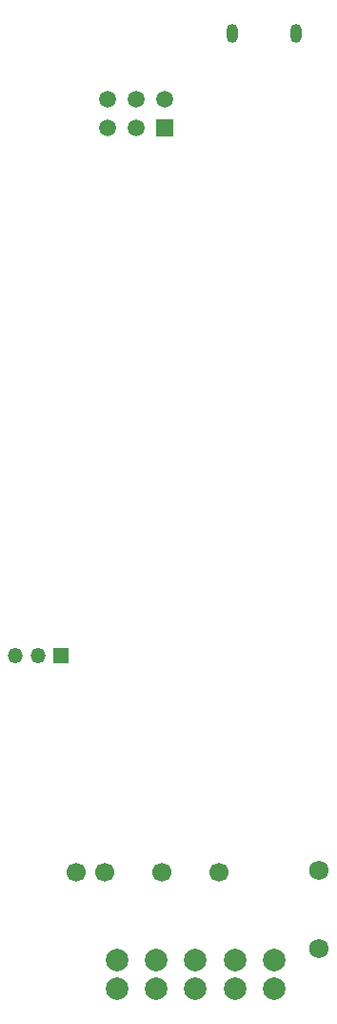
<source format=gbr>
%TF.GenerationSoftware,KiCad,Pcbnew,9.0.1*%
%TF.CreationDate,2025-05-24T17:26:16+03:00*%
%TF.ProjectId,PM_MCU-ESP32_C3,504d5f4d-4355-42d4-9553-5033325f4333,rev?*%
%TF.SameCoordinates,Original*%
%TF.FileFunction,Soldermask,Bot*%
%TF.FilePolarity,Negative*%
%FSLAX46Y46*%
G04 Gerber Fmt 4.6, Leading zero omitted, Abs format (unit mm)*
G04 Created by KiCad (PCBNEW 9.0.1) date 2025-05-24 17:26:16*
%MOMM*%
%LPD*%
G01*
G04 APERTURE LIST*
%ADD10R,1.500000X1.500000*%
%ADD11C,1.500000*%
%ADD12O,1.000000X1.700000*%
%ADD13C,2.000000*%
%ADD14C,1.725000*%
%ADD15C,1.700000*%
%ADD16R,1.350000X1.350000*%
%ADD17O,1.350000X1.350000*%
G04 APERTURE END LIST*
D10*
%TO.C,SW4*%
X15240000Y36830000D03*
D11*
X12700000Y36830000D03*
X10160000Y36830000D03*
X10160000Y39370000D03*
X12700000Y39370000D03*
X15240000Y39370000D03*
%TD*%
D12*
%TO.C,J1*%
X26955029Y45202208D03*
X21305027Y45202208D03*
%TD*%
D13*
%TO.C,J6*%
X11000000Y-37000000D03*
X14500000Y-37000000D03*
X18000000Y-37000000D03*
X21500000Y-37000000D03*
X25000000Y-37000000D03*
X11000000Y-39500000D03*
X14500000Y-39500000D03*
X18000000Y-39500000D03*
X21500000Y-39500000D03*
X25000000Y-39500000D03*
%TD*%
D14*
%TO.C,U4*%
X29000000Y-36000000D03*
%TD*%
D15*
%TO.C,PS1*%
X7416800Y-29210000D03*
X9956800Y-29210000D03*
X15036800Y-29210000D03*
X20116800Y-29210000D03*
%TD*%
D16*
%TO.C,J7*%
X6000000Y-10000000D03*
D17*
X4000000Y-10000000D03*
X2000000Y-10000000D03*
%TD*%
D14*
%TO.C,U3*%
X29000000Y-29000000D03*
%TD*%
M02*

</source>
